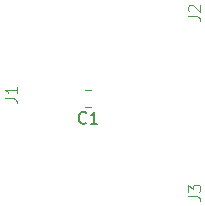
<source format=gbr>
%TF.GenerationSoftware,KiCad,Pcbnew,(5.1.9)-1*%
%TF.CreationDate,2021-03-17T18:50:59-04:00*%
%TF.ProjectId,PowerSplitter,506f7765-7253-4706-9c69-747465722e6b,rev?*%
%TF.SameCoordinates,Original*%
%TF.FileFunction,Legend,Top*%
%TF.FilePolarity,Positive*%
%FSLAX46Y46*%
G04 Gerber Fmt 4.6, Leading zero omitted, Abs format (unit mm)*
G04 Created by KiCad (PCBNEW (5.1.9)-1) date 2021-03-17 18:50:59*
%MOMM*%
%LPD*%
G01*
G04 APERTURE LIST*
%ADD10C,0.120000*%
%ADD11C,0.015000*%
%ADD12C,0.150000*%
G04 APERTURE END LIST*
D10*
%TO.C,C1*%
X122181252Y-74395000D02*
X121658748Y-74395000D01*
X122181252Y-72925000D02*
X121658748Y-72925000D01*
%TO.C,J3*%
D11*
X130402710Y-81954383D02*
X131116996Y-81954383D01*
X131259853Y-82002002D01*
X131355091Y-82097240D01*
X131402710Y-82240097D01*
X131402710Y-82335335D01*
X130402710Y-81573430D02*
X130402710Y-80954383D01*
X130783663Y-81287716D01*
X130783663Y-81144859D01*
X130831282Y-81049621D01*
X130878901Y-81002002D01*
X130974139Y-80954383D01*
X131212234Y-80954383D01*
X131307472Y-81002002D01*
X131355091Y-81049621D01*
X131402710Y-81144859D01*
X131402710Y-81430573D01*
X131355091Y-81525811D01*
X131307472Y-81573430D01*
%TO.C,J2*%
X130402710Y-66714383D02*
X131116996Y-66714383D01*
X131259853Y-66762002D01*
X131355091Y-66857240D01*
X131402710Y-67000097D01*
X131402710Y-67095335D01*
X130497949Y-66285811D02*
X130450330Y-66238192D01*
X130402710Y-66142954D01*
X130402710Y-65904859D01*
X130450330Y-65809621D01*
X130497949Y-65762002D01*
X130593187Y-65714383D01*
X130688425Y-65714383D01*
X130831282Y-65762002D01*
X131402710Y-66333430D01*
X131402710Y-65714383D01*
%TO.C,J1*%
X114882050Y-73652283D02*
X115596336Y-73652283D01*
X115739193Y-73699902D01*
X115834431Y-73795140D01*
X115882050Y-73937997D01*
X115882050Y-74033235D01*
X115882050Y-72652283D02*
X115882050Y-73223711D01*
X115882050Y-72937997D02*
X114882050Y-72937997D01*
X115024908Y-73033235D01*
X115120146Y-73128473D01*
X115167765Y-73223711D01*
%TO.C,C1*%
D12*
X121753333Y-75697142D02*
X121705714Y-75744761D01*
X121562857Y-75792380D01*
X121467619Y-75792380D01*
X121324761Y-75744761D01*
X121229523Y-75649523D01*
X121181904Y-75554285D01*
X121134285Y-75363809D01*
X121134285Y-75220952D01*
X121181904Y-75030476D01*
X121229523Y-74935238D01*
X121324761Y-74840000D01*
X121467619Y-74792380D01*
X121562857Y-74792380D01*
X121705714Y-74840000D01*
X121753333Y-74887619D01*
X122705714Y-75792380D02*
X122134285Y-75792380D01*
X122420000Y-75792380D02*
X122420000Y-74792380D01*
X122324761Y-74935238D01*
X122229523Y-75030476D01*
X122134285Y-75078095D01*
%TD*%
M02*

</source>
